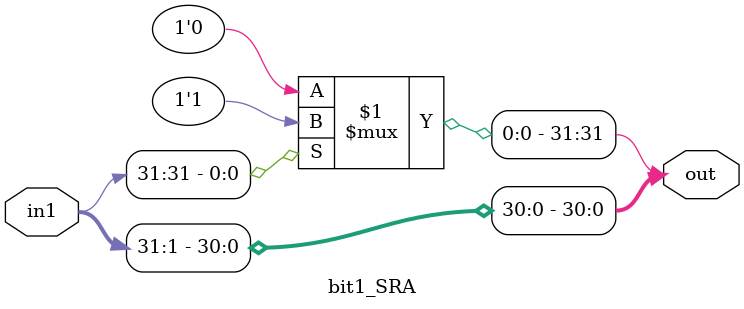
<source format=v>
module bit1_SRA(in1, out);

input [31:0] in1;
output [31:0] out;

genvar c;
   generate
	for(c=0; c<=30;c=c+1) begin: loop1
	
	assign out[c] = in1[c+1];
	
	end
	endgenerate

assign out[31] = in1[31] ? 1'b1 : 1'b0;


endmodule
</source>
